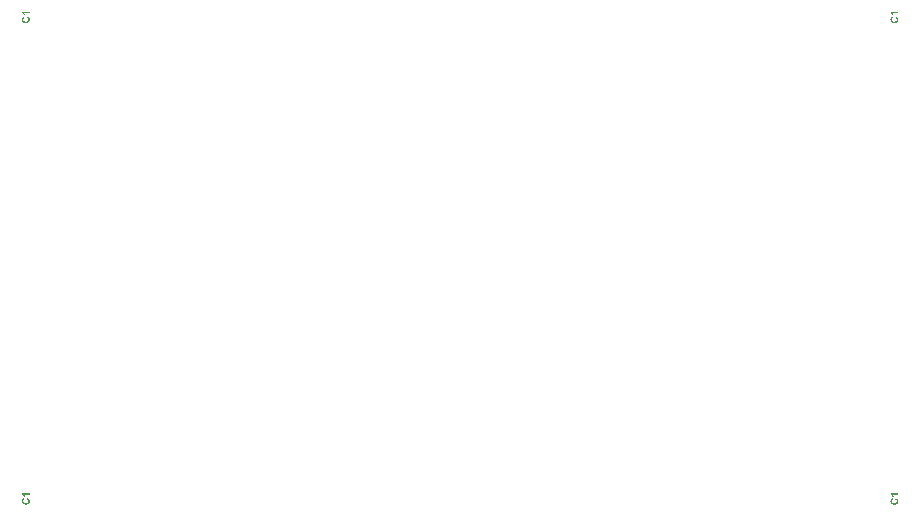
<source format=gbr>
%TF.GenerationSoftware,Altium Limited,Altium Designer,23.1.1 (15)*%
G04 Layer_Color=8388736*
%FSLAX45Y45*%
%MOMM*%
%TF.SameCoordinates,4CCFFED5-D059-4900-A68D-9618ACEA1AB5*%
%TF.FilePolarity,Positive*%
%TF.FileFunction,Other,Mechanical_2*%
%TF.Part,CustomerPanel*%
G01*
G75*
G36*
X15691136Y8836510D02*
X15644817D01*
X15644908Y8836418D01*
X15645093Y8836233D01*
X15645370Y8835863D01*
X15645833Y8835308D01*
X15646387Y8834661D01*
X15646942Y8833922D01*
X15647589Y8832997D01*
X15648329Y8831980D01*
X15649069Y8830871D01*
X15649808Y8829669D01*
X15650639Y8828374D01*
X15651379Y8826987D01*
X15652766Y8824029D01*
X15654060Y8820700D01*
X15642966D01*
Y8820793D01*
X15642874Y8820885D01*
X15642783Y8821163D01*
X15642690Y8821533D01*
X15642227Y8822457D01*
X15641672Y8823751D01*
X15640932Y8825323D01*
X15639915Y8827080D01*
X15638622Y8829021D01*
X15637141Y8831055D01*
X15637048Y8831148D01*
X15636957Y8831333D01*
X15636679Y8831610D01*
X15636310Y8831980D01*
X15635385Y8832997D01*
X15634183Y8834107D01*
X15632704Y8835401D01*
X15630855Y8836695D01*
X15628912Y8837897D01*
X15626787Y8838822D01*
Y8848807D01*
X15691136D01*
Y8836510D01*
D02*
G37*
G36*
X8337836D02*
X8291516D01*
X8291608Y8836418D01*
X8291793Y8836233D01*
X8292070Y8835863D01*
X8292533Y8835308D01*
X8293087Y8834661D01*
X8293642Y8833922D01*
X8294289Y8832997D01*
X8295029Y8831980D01*
X8295769Y8830871D01*
X8296508Y8829669D01*
X8297340Y8828374D01*
X8298080Y8826987D01*
X8299467Y8824029D01*
X8300761Y8820700D01*
X8289666D01*
Y8820793D01*
X8289574Y8820885D01*
X8289482Y8821163D01*
X8289389Y8821533D01*
X8288927Y8822457D01*
X8288372Y8823751D01*
X8287632Y8825323D01*
X8286615Y8827080D01*
X8285321Y8829021D01*
X8283842Y8831055D01*
X8283749Y8831148D01*
X8283657Y8831333D01*
X8283379Y8831610D01*
X8283010Y8831980D01*
X8282085Y8832997D01*
X8280883Y8834107D01*
X8279404Y8835401D01*
X8277555Y8836695D01*
X8275613Y8837897D01*
X8273487Y8838822D01*
Y8848807D01*
X8337836D01*
Y8836510D01*
D02*
G37*
G36*
X15671999Y8808959D02*
X15672552Y8808774D01*
X15673293Y8808496D01*
X15674124Y8808126D01*
X15675140Y8807757D01*
X15676251Y8807294D01*
X15677454Y8806740D01*
X15679948Y8805445D01*
X15682538Y8803781D01*
X15685034Y8801747D01*
X15686143Y8800637D01*
X15687160Y8799436D01*
X15687253Y8799343D01*
X15687344Y8799158D01*
X15687624Y8798788D01*
X15687991Y8798234D01*
X15688362Y8797586D01*
X15688731Y8796754D01*
X15689194Y8795830D01*
X15689658Y8794813D01*
X15690211Y8793611D01*
X15690674Y8792316D01*
X15691045Y8790930D01*
X15691412Y8789450D01*
X15691783Y8787879D01*
X15692061Y8786122D01*
X15692152Y8784365D01*
X15692245Y8782424D01*
Y8781869D01*
X15692152Y8781222D01*
X15692061Y8780297D01*
X15691968Y8779280D01*
X15691783Y8777986D01*
X15691505Y8776599D01*
X15691136Y8775027D01*
X15690674Y8773455D01*
X15690118Y8771791D01*
X15689378Y8770035D01*
X15688547Y8768278D01*
X15687624Y8766521D01*
X15686421Y8764765D01*
X15685126Y8763100D01*
X15683556Y8761529D01*
X15683463Y8761436D01*
X15683185Y8761159D01*
X15682629Y8760789D01*
X15681982Y8760234D01*
X15681058Y8759679D01*
X15680042Y8758940D01*
X15678748Y8758200D01*
X15677267Y8757461D01*
X15675696Y8756721D01*
X15673940Y8755981D01*
X15671906Y8755242D01*
X15669778Y8754687D01*
X15667560Y8754132D01*
X15665063Y8753762D01*
X15662476Y8753485D01*
X15659702Y8753392D01*
X15659608D01*
X15659515D01*
X15658961D01*
X15658128Y8753485D01*
X15657021D01*
X15655725Y8753670D01*
X15654153Y8753855D01*
X15652489Y8754040D01*
X15650548Y8754409D01*
X15648605Y8754872D01*
X15646571Y8755426D01*
X15644537Y8756074D01*
X15642412Y8756906D01*
X15640378Y8757830D01*
X15638435Y8758940D01*
X15636588Y8760142D01*
X15634830Y8761621D01*
X15634738Y8761713D01*
X15634460Y8761991D01*
X15633998Y8762453D01*
X15633443Y8763100D01*
X15632796Y8763932D01*
X15632057Y8764949D01*
X15631226Y8766059D01*
X15630392Y8767446D01*
X15629559Y8768925D01*
X15628728Y8770497D01*
X15627989Y8772346D01*
X15627341Y8774195D01*
X15626787Y8776322D01*
X15626324Y8778448D01*
X15626047Y8780852D01*
X15625955Y8783256D01*
Y8784365D01*
X15626047Y8785197D01*
X15626138Y8786214D01*
X15626324Y8787324D01*
X15626509Y8788618D01*
X15626787Y8790005D01*
X15627156Y8791484D01*
X15627618Y8793056D01*
X15628172Y8794628D01*
X15628912Y8796292D01*
X15629652Y8797864D01*
X15630577Y8799343D01*
X15631686Y8800915D01*
X15632889Y8802302D01*
Y8802394D01*
X15633073Y8802487D01*
X15633351Y8802764D01*
X15633627Y8803041D01*
X15634091Y8803411D01*
X15634645Y8803781D01*
X15635941Y8804798D01*
X15637604Y8805815D01*
X15639638Y8806924D01*
X15641949Y8807941D01*
X15644630Y8808866D01*
X15647682Y8796107D01*
X15647589D01*
X15647498Y8796015D01*
X15647218D01*
X15646851Y8795830D01*
X15646017Y8795552D01*
X15644908Y8795090D01*
X15643614Y8794443D01*
X15642319Y8793611D01*
X15641025Y8792501D01*
X15639915Y8791299D01*
X15639822Y8791114D01*
X15639453Y8790652D01*
X15638991Y8789913D01*
X15638435Y8788896D01*
X15637881Y8787601D01*
X15637419Y8786122D01*
X15637048Y8784458D01*
X15636957Y8782609D01*
Y8781961D01*
X15637048Y8781407D01*
X15637141Y8780852D01*
X15637234Y8780112D01*
X15637604Y8778540D01*
X15638251Y8776691D01*
X15639175Y8774750D01*
X15639729Y8773733D01*
X15640378Y8772808D01*
X15641209Y8771884D01*
X15642134Y8771052D01*
X15642227D01*
X15642412Y8770867D01*
X15642690Y8770682D01*
X15643150Y8770404D01*
X15643706Y8770035D01*
X15644353Y8769665D01*
X15645184Y8769295D01*
X15646111Y8768925D01*
X15647218Y8768463D01*
X15648421Y8768093D01*
X15649808Y8767723D01*
X15651286Y8767353D01*
X15652953Y8767076D01*
X15654707Y8766891D01*
X15656650Y8766799D01*
X15658775Y8766706D01*
X15658868D01*
X15659331D01*
X15659978D01*
X15660718Y8766799D01*
X15661736D01*
X15662936Y8766983D01*
X15664139Y8767076D01*
X15665526Y8767261D01*
X15668391Y8767816D01*
X15671259Y8768555D01*
X15672646Y8769018D01*
X15673940Y8769665D01*
X15675140Y8770312D01*
X15676158Y8771052D01*
X15676251Y8771144D01*
X15676343Y8771236D01*
X15676620Y8771514D01*
X15676990Y8771884D01*
X15677730Y8772808D01*
X15678654Y8774103D01*
X15679671Y8775674D01*
X15680411Y8777616D01*
X15681058Y8779835D01*
X15681151Y8781037D01*
X15681242Y8782331D01*
Y8782793D01*
X15681151Y8783163D01*
X15681058Y8784180D01*
X15680873Y8785382D01*
X15680411Y8786677D01*
X15679855Y8788156D01*
X15679117Y8789635D01*
X15678008Y8791114D01*
X15677821Y8791299D01*
X15677361Y8791762D01*
X15676620Y8792409D01*
X15675511Y8793149D01*
X15674033Y8794073D01*
X15672275Y8794905D01*
X15670148Y8795737D01*
X15667651Y8796477D01*
X15671535Y8809051D01*
X15671628D01*
X15671999Y8808959D01*
D02*
G37*
G36*
X8318698D02*
X8319252Y8808774D01*
X8319992Y8808496D01*
X8320824Y8808126D01*
X8321841Y8807757D01*
X8322951Y8807294D01*
X8324153Y8806740D01*
X8326649Y8805445D01*
X8329238Y8803781D01*
X8331734Y8801747D01*
X8332843Y8800637D01*
X8333860Y8799436D01*
X8333953Y8799343D01*
X8334045Y8799158D01*
X8334323Y8798788D01*
X8334692Y8798234D01*
X8335062Y8797586D01*
X8335432Y8796754D01*
X8335894Y8795830D01*
X8336357Y8794813D01*
X8336911Y8793611D01*
X8337374Y8792316D01*
X8337744Y8790930D01*
X8338113Y8789450D01*
X8338483Y8787879D01*
X8338761Y8786122D01*
X8338853Y8784365D01*
X8338945Y8782424D01*
Y8781869D01*
X8338853Y8781222D01*
X8338761Y8780297D01*
X8338668Y8779280D01*
X8338483Y8777986D01*
X8338206Y8776599D01*
X8337836Y8775027D01*
X8337374Y8773455D01*
X8336819Y8771791D01*
X8336079Y8770035D01*
X8335247Y8768278D01*
X8334323Y8766521D01*
X8333121Y8764765D01*
X8331826Y8763100D01*
X8330255Y8761529D01*
X8330162Y8761436D01*
X8329885Y8761159D01*
X8329330Y8760789D01*
X8328683Y8760234D01*
X8327758Y8759679D01*
X8326741Y8758940D01*
X8325447Y8758200D01*
X8323968Y8757461D01*
X8322396Y8756721D01*
X8320639Y8755981D01*
X8318605Y8755242D01*
X8316479Y8754687D01*
X8314260Y8754132D01*
X8311763Y8753762D01*
X8309175Y8753485D01*
X8306401Y8753392D01*
X8306309D01*
X8306216D01*
X8305661D01*
X8304829Y8753485D01*
X8303720D01*
X8302425Y8753670D01*
X8300854Y8753855D01*
X8299189Y8754040D01*
X8297248Y8754409D01*
X8295306Y8754872D01*
X8293272Y8755426D01*
X8291238Y8756074D01*
X8289112Y8756906D01*
X8287078Y8757830D01*
X8285136Y8758940D01*
X8283287Y8760142D01*
X8281530Y8761621D01*
X8281438Y8761713D01*
X8281160Y8761991D01*
X8280698Y8762453D01*
X8280143Y8763100D01*
X8279496Y8763932D01*
X8278757Y8764949D01*
X8277925Y8766059D01*
X8277092Y8767446D01*
X8276260Y8768925D01*
X8275428Y8770497D01*
X8274689Y8772346D01*
X8274041Y8774195D01*
X8273487Y8776322D01*
X8273024Y8778448D01*
X8272747Y8780852D01*
X8272655Y8783256D01*
Y8784365D01*
X8272747Y8785197D01*
X8272839Y8786214D01*
X8273024Y8787324D01*
X8273209Y8788618D01*
X8273487Y8790005D01*
X8273856Y8791484D01*
X8274319Y8793056D01*
X8274873Y8794628D01*
X8275613Y8796292D01*
X8276353Y8797864D01*
X8277277Y8799343D01*
X8278387Y8800915D01*
X8279589Y8802302D01*
Y8802394D01*
X8279774Y8802487D01*
X8280051Y8802764D01*
X8280328Y8803041D01*
X8280791Y8803411D01*
X8281345Y8803781D01*
X8282640Y8804798D01*
X8284304Y8805815D01*
X8286338Y8806924D01*
X8288649Y8807941D01*
X8291331Y8808866D01*
X8294382Y8796107D01*
X8294289D01*
X8294197Y8796015D01*
X8293919D01*
X8293550Y8795830D01*
X8292717Y8795552D01*
X8291608Y8795090D01*
X8290314Y8794443D01*
X8289019Y8793611D01*
X8287725Y8792501D01*
X8286615Y8791299D01*
X8286523Y8791114D01*
X8286153Y8790652D01*
X8285691Y8789913D01*
X8285136Y8788896D01*
X8284581Y8787601D01*
X8284119Y8786122D01*
X8283749Y8784458D01*
X8283657Y8782609D01*
Y8781961D01*
X8283749Y8781407D01*
X8283842Y8780852D01*
X8283934Y8780112D01*
X8284304Y8778540D01*
X8284951Y8776691D01*
X8285876Y8774750D01*
X8286430Y8773733D01*
X8287078Y8772808D01*
X8287910Y8771884D01*
X8288834Y8771052D01*
X8288927D01*
X8289112Y8770867D01*
X8289389Y8770682D01*
X8289851Y8770404D01*
X8290406Y8770035D01*
X8291053Y8769665D01*
X8291885Y8769295D01*
X8292810Y8768925D01*
X8293919Y8768463D01*
X8295121Y8768093D01*
X8296508Y8767723D01*
X8297987Y8767353D01*
X8299652Y8767076D01*
X8301408Y8766891D01*
X8303350Y8766799D01*
X8305476Y8766706D01*
X8305569D01*
X8306031D01*
X8306678D01*
X8307418Y8766799D01*
X8308435D01*
X8309637Y8766983D01*
X8310839Y8767076D01*
X8312226Y8767261D01*
X8315092Y8767816D01*
X8317958Y8768555D01*
X8319345Y8769018D01*
X8320639Y8769665D01*
X8321841Y8770312D01*
X8322858Y8771052D01*
X8322951Y8771144D01*
X8323043Y8771236D01*
X8323320Y8771514D01*
X8323690Y8771884D01*
X8324430Y8772808D01*
X8325354Y8774103D01*
X8326371Y8775674D01*
X8327111Y8777616D01*
X8327758Y8779835D01*
X8327851Y8781037D01*
X8327943Y8782331D01*
Y8782793D01*
X8327851Y8783163D01*
X8327758Y8784180D01*
X8327573Y8785382D01*
X8327111Y8786677D01*
X8326556Y8788156D01*
X8325817Y8789635D01*
X8324707Y8791114D01*
X8324522Y8791299D01*
X8324060Y8791762D01*
X8323320Y8792409D01*
X8322211Y8793149D01*
X8320732Y8794073D01*
X8318975Y8794905D01*
X8316848Y8795737D01*
X8314352Y8796477D01*
X8318235Y8809051D01*
X8318328D01*
X8318698Y8808959D01*
D02*
G37*
G36*
X15691136Y4759810D02*
X15644817D01*
X15644908Y4759718D01*
X15645093Y4759533D01*
X15645370Y4759163D01*
X15645833Y4758608D01*
X15646387Y4757961D01*
X15646942Y4757222D01*
X15647589Y4756297D01*
X15648329Y4755280D01*
X15649069Y4754171D01*
X15649808Y4752969D01*
X15650639Y4751674D01*
X15651379Y4750287D01*
X15652766Y4747329D01*
X15654060Y4744000D01*
X15642966D01*
Y4744093D01*
X15642874Y4744185D01*
X15642783Y4744463D01*
X15642690Y4744833D01*
X15642227Y4745757D01*
X15641672Y4747051D01*
X15640932Y4748623D01*
X15639915Y4750380D01*
X15638622Y4752321D01*
X15637141Y4754355D01*
X15637048Y4754448D01*
X15636957Y4754633D01*
X15636679Y4754910D01*
X15636310Y4755280D01*
X15635385Y4756297D01*
X15634183Y4757407D01*
X15632704Y4758701D01*
X15630855Y4759995D01*
X15628912Y4761197D01*
X15626787Y4762122D01*
Y4772107D01*
X15691136D01*
Y4759810D01*
D02*
G37*
G36*
X8337836D02*
X8291516D01*
X8291608Y4759718D01*
X8291793Y4759533D01*
X8292070Y4759163D01*
X8292533Y4758608D01*
X8293087Y4757961D01*
X8293642Y4757222D01*
X8294289Y4756297D01*
X8295029Y4755280D01*
X8295769Y4754171D01*
X8296508Y4752969D01*
X8297340Y4751674D01*
X8298080Y4750287D01*
X8299467Y4747329D01*
X8300761Y4744000D01*
X8289666D01*
Y4744093D01*
X8289574Y4744185D01*
X8289482Y4744463D01*
X8289389Y4744833D01*
X8288927Y4745757D01*
X8288372Y4747051D01*
X8287632Y4748623D01*
X8286615Y4750380D01*
X8285321Y4752321D01*
X8283842Y4754355D01*
X8283749Y4754448D01*
X8283657Y4754633D01*
X8283379Y4754910D01*
X8283010Y4755280D01*
X8282085Y4756297D01*
X8280883Y4757407D01*
X8279404Y4758701D01*
X8277555Y4759995D01*
X8275613Y4761197D01*
X8273487Y4762122D01*
Y4772107D01*
X8337836D01*
Y4759810D01*
D02*
G37*
G36*
X15671999Y4732259D02*
X15672552Y4732074D01*
X15673293Y4731796D01*
X15674124Y4731426D01*
X15675140Y4731057D01*
X15676251Y4730594D01*
X15677454Y4730040D01*
X15679948Y4728745D01*
X15682538Y4727081D01*
X15685034Y4725047D01*
X15686143Y4723937D01*
X15687160Y4722736D01*
X15687253Y4722643D01*
X15687344Y4722458D01*
X15687624Y4722088D01*
X15687991Y4721534D01*
X15688362Y4720886D01*
X15688731Y4720054D01*
X15689194Y4719130D01*
X15689658Y4718113D01*
X15690211Y4716911D01*
X15690674Y4715616D01*
X15691045Y4714230D01*
X15691412Y4712750D01*
X15691783Y4711179D01*
X15692061Y4709422D01*
X15692152Y4707665D01*
X15692245Y4705724D01*
Y4705169D01*
X15692152Y4704522D01*
X15692061Y4703597D01*
X15691968Y4702580D01*
X15691783Y4701286D01*
X15691505Y4699899D01*
X15691136Y4698327D01*
X15690674Y4696755D01*
X15690118Y4695091D01*
X15689378Y4693335D01*
X15688547Y4691578D01*
X15687624Y4689821D01*
X15686421Y4688065D01*
X15685126Y4686400D01*
X15683556Y4684829D01*
X15683463Y4684736D01*
X15683185Y4684459D01*
X15682629Y4684089D01*
X15681982Y4683534D01*
X15681058Y4682979D01*
X15680042Y4682240D01*
X15678748Y4681500D01*
X15677267Y4680761D01*
X15675696Y4680021D01*
X15673940Y4679281D01*
X15671906Y4678542D01*
X15669778Y4677987D01*
X15667560Y4677432D01*
X15665063Y4677062D01*
X15662476Y4676785D01*
X15659702Y4676692D01*
X15659608D01*
X15659515D01*
X15658961D01*
X15658128Y4676785D01*
X15657021D01*
X15655725Y4676970D01*
X15654153Y4677155D01*
X15652489Y4677340D01*
X15650548Y4677709D01*
X15648605Y4678172D01*
X15646571Y4678726D01*
X15644537Y4679374D01*
X15642412Y4680206D01*
X15640378Y4681130D01*
X15638435Y4682240D01*
X15636588Y4683442D01*
X15634830Y4684921D01*
X15634738Y4685013D01*
X15634460Y4685291D01*
X15633998Y4685753D01*
X15633443Y4686400D01*
X15632796Y4687232D01*
X15632057Y4688249D01*
X15631226Y4689359D01*
X15630392Y4690746D01*
X15629559Y4692225D01*
X15628728Y4693797D01*
X15627989Y4695646D01*
X15627341Y4697495D01*
X15626787Y4699622D01*
X15626324Y4701748D01*
X15626047Y4704152D01*
X15625955Y4706556D01*
Y4707665D01*
X15626047Y4708497D01*
X15626138Y4709514D01*
X15626324Y4710624D01*
X15626509Y4711918D01*
X15626787Y4713305D01*
X15627156Y4714784D01*
X15627618Y4716356D01*
X15628172Y4717928D01*
X15628912Y4719592D01*
X15629652Y4721164D01*
X15630577Y4722643D01*
X15631686Y4724215D01*
X15632889Y4725602D01*
Y4725694D01*
X15633073Y4725787D01*
X15633351Y4726064D01*
X15633627Y4726341D01*
X15634091Y4726711D01*
X15634645Y4727081D01*
X15635941Y4728098D01*
X15637604Y4729115D01*
X15639638Y4730224D01*
X15641949Y4731241D01*
X15644630Y4732166D01*
X15647682Y4719407D01*
X15647589D01*
X15647498Y4719315D01*
X15647218D01*
X15646851Y4719130D01*
X15646017Y4718852D01*
X15644908Y4718390D01*
X15643614Y4717743D01*
X15642319Y4716911D01*
X15641025Y4715801D01*
X15639915Y4714599D01*
X15639822Y4714414D01*
X15639453Y4713952D01*
X15638991Y4713213D01*
X15638435Y4712196D01*
X15637881Y4710901D01*
X15637419Y4709422D01*
X15637048Y4707758D01*
X15636957Y4705909D01*
Y4705261D01*
X15637048Y4704707D01*
X15637141Y4704152D01*
X15637234Y4703412D01*
X15637604Y4701840D01*
X15638251Y4699991D01*
X15639175Y4698050D01*
X15639729Y4697033D01*
X15640378Y4696108D01*
X15641209Y4695184D01*
X15642134Y4694352D01*
X15642227D01*
X15642412Y4694167D01*
X15642690Y4693982D01*
X15643150Y4693704D01*
X15643706Y4693335D01*
X15644353Y4692965D01*
X15645184Y4692595D01*
X15646111Y4692225D01*
X15647218Y4691763D01*
X15648421Y4691393D01*
X15649808Y4691023D01*
X15651286Y4690653D01*
X15652953Y4690376D01*
X15654707Y4690191D01*
X15656650Y4690099D01*
X15658775Y4690006D01*
X15658868D01*
X15659331D01*
X15659978D01*
X15660718Y4690099D01*
X15661736D01*
X15662936Y4690283D01*
X15664139Y4690376D01*
X15665526Y4690561D01*
X15668391Y4691116D01*
X15671259Y4691855D01*
X15672646Y4692318D01*
X15673940Y4692965D01*
X15675140Y4693612D01*
X15676158Y4694352D01*
X15676251Y4694444D01*
X15676343Y4694536D01*
X15676620Y4694814D01*
X15676990Y4695184D01*
X15677730Y4696108D01*
X15678654Y4697403D01*
X15679671Y4698974D01*
X15680411Y4700916D01*
X15681058Y4703135D01*
X15681151Y4704337D01*
X15681242Y4705631D01*
Y4706093D01*
X15681151Y4706463D01*
X15681058Y4707480D01*
X15680873Y4708682D01*
X15680411Y4709977D01*
X15679855Y4711456D01*
X15679117Y4712935D01*
X15678008Y4714414D01*
X15677821Y4714599D01*
X15677361Y4715062D01*
X15676620Y4715709D01*
X15675511Y4716449D01*
X15674033Y4717373D01*
X15672275Y4718205D01*
X15670148Y4719037D01*
X15667651Y4719777D01*
X15671535Y4732351D01*
X15671628D01*
X15671999Y4732259D01*
D02*
G37*
G36*
X8318698D02*
X8319252Y4732074D01*
X8319992Y4731796D01*
X8320824Y4731426D01*
X8321841Y4731057D01*
X8322951Y4730594D01*
X8324153Y4730040D01*
X8326649Y4728745D01*
X8329238Y4727081D01*
X8331734Y4725047D01*
X8332843Y4723937D01*
X8333860Y4722736D01*
X8333953Y4722643D01*
X8334045Y4722458D01*
X8334323Y4722088D01*
X8334692Y4721534D01*
X8335062Y4720886D01*
X8335432Y4720054D01*
X8335894Y4719130D01*
X8336357Y4718113D01*
X8336911Y4716911D01*
X8337374Y4715616D01*
X8337744Y4714230D01*
X8338113Y4712750D01*
X8338483Y4711179D01*
X8338761Y4709422D01*
X8338853Y4707665D01*
X8338945Y4705724D01*
Y4705169D01*
X8338853Y4704522D01*
X8338761Y4703597D01*
X8338668Y4702580D01*
X8338483Y4701286D01*
X8338206Y4699899D01*
X8337836Y4698327D01*
X8337374Y4696755D01*
X8336819Y4695091D01*
X8336079Y4693335D01*
X8335247Y4691578D01*
X8334323Y4689821D01*
X8333121Y4688065D01*
X8331826Y4686400D01*
X8330255Y4684829D01*
X8330162Y4684736D01*
X8329885Y4684459D01*
X8329330Y4684089D01*
X8328683Y4683534D01*
X8327758Y4682979D01*
X8326741Y4682240D01*
X8325447Y4681500D01*
X8323968Y4680761D01*
X8322396Y4680021D01*
X8320639Y4679281D01*
X8318605Y4678542D01*
X8316479Y4677987D01*
X8314260Y4677432D01*
X8311763Y4677062D01*
X8309175Y4676785D01*
X8306401Y4676692D01*
X8306309D01*
X8306216D01*
X8305661D01*
X8304829Y4676785D01*
X8303720D01*
X8302425Y4676970D01*
X8300854Y4677155D01*
X8299189Y4677340D01*
X8297248Y4677709D01*
X8295306Y4678172D01*
X8293272Y4678726D01*
X8291238Y4679374D01*
X8289112Y4680206D01*
X8287078Y4681130D01*
X8285136Y4682240D01*
X8283287Y4683442D01*
X8281530Y4684921D01*
X8281438Y4685013D01*
X8281160Y4685291D01*
X8280698Y4685753D01*
X8280143Y4686400D01*
X8279496Y4687232D01*
X8278757Y4688249D01*
X8277925Y4689359D01*
X8277092Y4690746D01*
X8276260Y4692225D01*
X8275428Y4693797D01*
X8274689Y4695646D01*
X8274041Y4697495D01*
X8273487Y4699622D01*
X8273024Y4701748D01*
X8272747Y4704152D01*
X8272655Y4706556D01*
Y4707665D01*
X8272747Y4708497D01*
X8272839Y4709514D01*
X8273024Y4710624D01*
X8273209Y4711918D01*
X8273487Y4713305D01*
X8273856Y4714784D01*
X8274319Y4716356D01*
X8274873Y4717928D01*
X8275613Y4719592D01*
X8276353Y4721164D01*
X8277277Y4722643D01*
X8278387Y4724215D01*
X8279589Y4725602D01*
Y4725694D01*
X8279774Y4725787D01*
X8280051Y4726064D01*
X8280328Y4726341D01*
X8280791Y4726711D01*
X8281345Y4727081D01*
X8282640Y4728098D01*
X8284304Y4729115D01*
X8286338Y4730224D01*
X8288649Y4731241D01*
X8291331Y4732166D01*
X8294382Y4719407D01*
X8294289D01*
X8294197Y4719315D01*
X8293919D01*
X8293550Y4719130D01*
X8292717Y4718852D01*
X8291608Y4718390D01*
X8290314Y4717743D01*
X8289019Y4716911D01*
X8287725Y4715801D01*
X8286615Y4714599D01*
X8286523Y4714414D01*
X8286153Y4713952D01*
X8285691Y4713213D01*
X8285136Y4712196D01*
X8284581Y4710901D01*
X8284119Y4709422D01*
X8283749Y4707758D01*
X8283657Y4705909D01*
Y4705261D01*
X8283749Y4704707D01*
X8283842Y4704152D01*
X8283934Y4703412D01*
X8284304Y4701840D01*
X8284951Y4699991D01*
X8285876Y4698050D01*
X8286430Y4697033D01*
X8287078Y4696108D01*
X8287910Y4695184D01*
X8288834Y4694352D01*
X8288927D01*
X8289112Y4694167D01*
X8289389Y4693982D01*
X8289851Y4693704D01*
X8290406Y4693335D01*
X8291053Y4692965D01*
X8291885Y4692595D01*
X8292810Y4692225D01*
X8293919Y4691763D01*
X8295121Y4691393D01*
X8296508Y4691023D01*
X8297987Y4690653D01*
X8299652Y4690376D01*
X8301408Y4690191D01*
X8303350Y4690099D01*
X8305476Y4690006D01*
X8305569D01*
X8306031D01*
X8306678D01*
X8307418Y4690099D01*
X8308435D01*
X8309637Y4690283D01*
X8310839Y4690376D01*
X8312226Y4690561D01*
X8315092Y4691116D01*
X8317958Y4691855D01*
X8319345Y4692318D01*
X8320639Y4692965D01*
X8321841Y4693612D01*
X8322858Y4694352D01*
X8322951Y4694444D01*
X8323043Y4694536D01*
X8323320Y4694814D01*
X8323690Y4695184D01*
X8324430Y4696108D01*
X8325354Y4697403D01*
X8326371Y4698974D01*
X8327111Y4700916D01*
X8327758Y4703135D01*
X8327851Y4704337D01*
X8327943Y4705631D01*
Y4706093D01*
X8327851Y4706463D01*
X8327758Y4707480D01*
X8327573Y4708682D01*
X8327111Y4709977D01*
X8326556Y4711456D01*
X8325817Y4712935D01*
X8324707Y4714414D01*
X8324522Y4714599D01*
X8324060Y4715062D01*
X8323320Y4715709D01*
X8322211Y4716449D01*
X8320732Y4717373D01*
X8318975Y4718205D01*
X8316848Y4719037D01*
X8314352Y4719777D01*
X8318235Y4732351D01*
X8318328D01*
X8318698Y4732259D01*
D02*
G37*
%TF.MD5,a192142bf93f48951f8676394aa5e693*%
M02*

</source>
